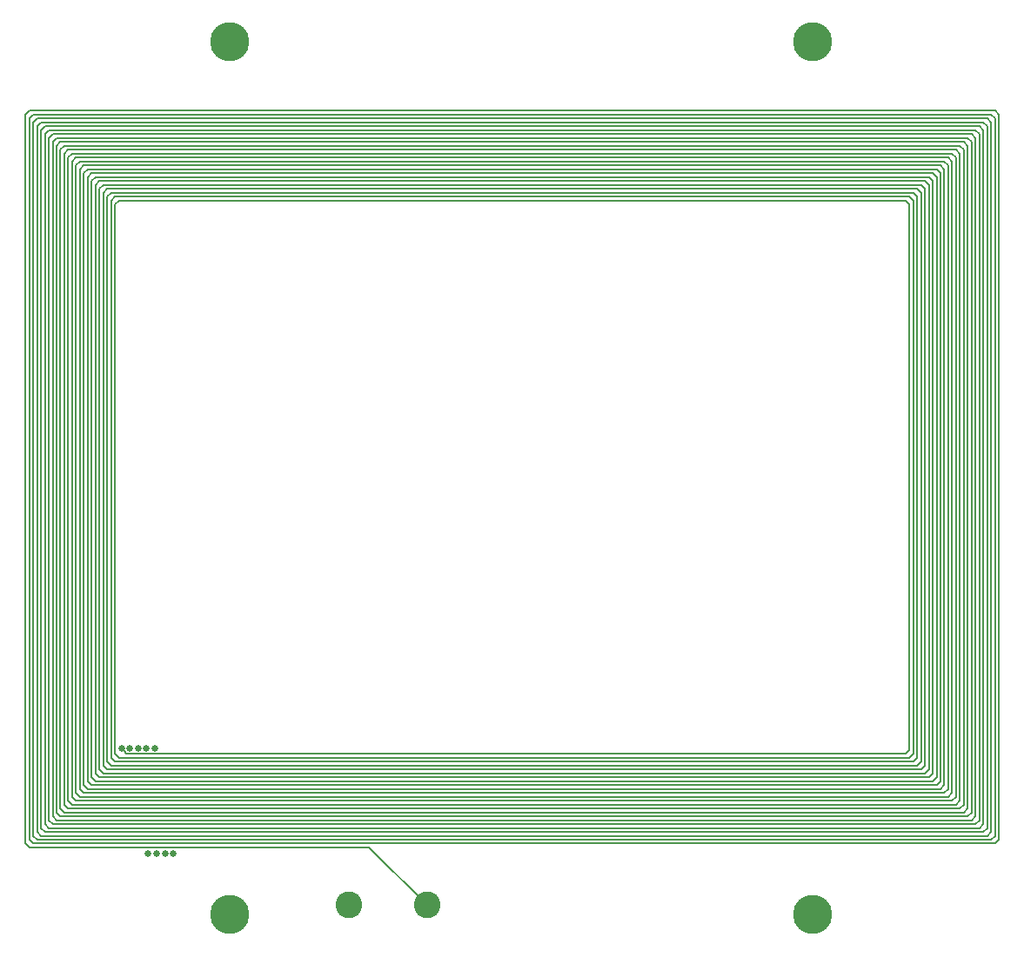
<source format=gtl>
%TF.GenerationSoftware,KiCad,Pcbnew,9.0.0*%
%TF.CreationDate,2025-03-21T19:29:39-07:00*%
%TF.ProjectId,Coil_Panel_Z,436f696c-5f50-4616-9e65-6c5f5a2e6b69,1.1*%
%TF.SameCoordinates,Original*%
%TF.FileFunction,Copper,L1,Top*%
%TF.FilePolarity,Positive*%
%FSLAX46Y46*%
G04 Gerber Fmt 4.6, Leading zero omitted, Abs format (unit mm)*
G04 Created by KiCad (PCBNEW 9.0.0) date 2025-03-21 19:29:39*
%MOMM*%
%LPD*%
G01*
G04 APERTURE LIST*
%TA.AperFunction,ComponentPad*%
%ADD10C,2.600000*%
%TD*%
%TA.AperFunction,ConnectorPad*%
%ADD11C,3.800000*%
%TD*%
%TA.AperFunction,ViaPad*%
%ADD12C,0.650000*%
%TD*%
%TA.AperFunction,Conductor*%
%ADD13C,0.180000*%
%TD*%
G04 APERTURE END LIST*
D10*
X91151143Y-148603288D03*
D11*
X91151143Y-148603288D03*
D10*
X147825143Y-63603288D03*
D11*
X147825143Y-63603288D03*
D10*
X147825143Y-148603288D03*
D11*
X147825143Y-148603288D03*
D10*
X91151143Y-63603288D03*
D11*
X91151143Y-63603288D03*
D10*
X102684000Y-147684000D03*
X110304000Y-147684000D03*
D12*
X81394000Y-132364000D03*
X83014000Y-132364000D03*
X84844000Y-142624000D03*
X82204000Y-132364000D03*
X83824000Y-132364000D03*
X83174000Y-142624000D03*
X80584000Y-132364000D03*
X85654000Y-142624000D03*
X83984000Y-142624000D03*
D13*
X162194000Y-73714000D02*
X162574000Y-74094000D01*
X71234000Y-141674000D02*
X71609000Y-142049000D01*
X72374000Y-71054000D02*
X71994000Y-71434000D01*
X79974000Y-132934000D02*
X79974000Y-79414000D01*
X77694000Y-135974000D02*
X77314000Y-135594000D01*
X160294000Y-135594000D02*
X159914000Y-135974000D01*
X71614000Y-70294000D02*
X71234000Y-70674000D01*
X164854000Y-71054000D02*
X72374000Y-71054000D01*
X165234000Y-141294000D02*
X165614000Y-140914000D01*
X73514000Y-72194000D02*
X73134000Y-72574000D01*
X79594000Y-134074000D02*
X79214000Y-133694000D01*
X161814000Y-137874000D02*
X75794000Y-137874000D01*
X159533999Y-77134000D02*
X159533999Y-134834000D01*
X161054000Y-136354000D02*
X160674000Y-136734000D01*
X162954000Y-73714000D02*
X162954000Y-138254000D01*
X73134000Y-72574000D02*
X73134000Y-139774000D01*
X164474000Y-139774000D02*
X164474000Y-72193999D01*
X158394000Y-133694000D02*
X158014000Y-134074000D01*
X163713999Y-72954000D02*
X163334000Y-72574000D01*
X76174000Y-75614000D02*
X76174000Y-136734000D01*
X73894000Y-72574000D02*
X73514000Y-72954000D01*
X164093999Y-139394000D02*
X164093999Y-72574000D01*
X76554000Y-75234000D02*
X160674000Y-75234000D01*
X156874000Y-79034000D02*
X157254000Y-79414000D01*
X78834000Y-77514000D02*
X158394000Y-77514000D01*
X79974000Y-78654000D02*
X157254000Y-78654000D01*
X164854000Y-140914000D02*
X165234000Y-140534000D01*
X72754000Y-140154000D02*
X73134000Y-140534000D01*
X162574000Y-137874000D02*
X162194000Y-138253999D01*
X157634000Y-79034000D02*
X157634000Y-132934000D01*
X160294000Y-136354000D02*
X77314000Y-136354000D01*
X163334000Y-138634000D02*
X163334000Y-73334000D01*
X73134000Y-71814000D02*
X72754000Y-72193999D01*
X78074000Y-77514000D02*
X78074000Y-134834000D01*
X158014000Y-77894000D02*
X158394000Y-78274000D01*
X159153999Y-77514000D02*
X159153999Y-134454000D01*
X164094000Y-140154000D02*
X164474000Y-139774000D01*
X76174000Y-74854000D02*
X161054000Y-74854000D01*
X71609000Y-142049000D02*
X104669000Y-142049000D01*
X160674000Y-136734000D02*
X76934000Y-136734000D01*
X161814000Y-74094000D02*
X162194000Y-74473999D01*
X162954000Y-139014000D02*
X163334000Y-138634000D01*
X71994000Y-71434000D02*
X71994000Y-140914000D01*
X160294000Y-75614000D02*
X160674000Y-75994000D01*
X76554000Y-75994000D02*
X76934000Y-75614000D01*
X79214000Y-133693999D02*
X79214000Y-78654000D01*
X79594000Y-78274000D02*
X157634000Y-78274000D01*
X162574000Y-73334000D02*
X162954000Y-73714000D01*
X104669000Y-142049000D02*
X110304000Y-147684000D01*
X159153999Y-76754000D02*
X159533999Y-77134000D01*
X79214000Y-78654000D02*
X79594000Y-78274000D01*
X161434000Y-137494000D02*
X76174000Y-137494000D01*
X159913999Y-76753999D02*
X159913999Y-135214000D01*
X165234000Y-71434000D02*
X164854000Y-71054000D01*
X73894000Y-73334000D02*
X73894000Y-139014000D01*
X162574000Y-74094000D02*
X162574000Y-137874000D01*
X163713999Y-139774000D02*
X164093999Y-139394000D01*
X75794000Y-75234000D02*
X75794000Y-137114000D01*
X159533999Y-76374000D02*
X159913999Y-76753999D01*
X74273999Y-72954000D02*
X73894000Y-73334000D01*
X163334000Y-139394000D02*
X163713999Y-139014000D01*
X75034000Y-73714000D02*
X162194000Y-73714000D01*
X75034000Y-74473999D02*
X75034000Y-137874000D01*
X74274000Y-73714000D02*
X74274000Y-138634000D01*
X75794000Y-74474000D02*
X161434000Y-74474000D01*
X160674000Y-135974000D02*
X160294000Y-136354000D01*
X157634000Y-78274000D02*
X158014000Y-78654000D01*
X73514000Y-72954000D02*
X73514000Y-139394000D01*
X163334000Y-73334000D02*
X162954000Y-72954000D01*
X165614000Y-141674000D02*
X165994000Y-141294000D01*
X161434000Y-74474000D02*
X161814000Y-74854000D01*
X163334000Y-72574000D02*
X73894000Y-72574000D01*
X159153999Y-135214000D02*
X78454000Y-135214000D01*
X77314000Y-76753999D02*
X77694000Y-76374000D01*
X161434000Y-136734000D02*
X161054000Y-137114000D01*
X79594000Y-79034000D02*
X79974000Y-78654000D01*
X162954000Y-72954000D02*
X74273999Y-72954000D01*
X74654000Y-74094000D02*
X75034000Y-73714000D01*
X161814000Y-137114000D02*
X161434000Y-137494000D01*
X73894000Y-139774000D02*
X163713999Y-139774000D01*
X74273999Y-139394000D02*
X163334000Y-139394000D01*
X72374000Y-71814000D02*
X72374000Y-140534000D01*
X72754000Y-71434000D02*
X72374000Y-71814000D01*
X164093999Y-72574000D02*
X163713999Y-72194000D01*
X158773999Y-77134000D02*
X159153999Y-77514000D01*
X157254000Y-78654000D02*
X157634000Y-79034000D01*
X163713999Y-72194000D02*
X73514000Y-72194000D01*
X78074000Y-77514000D02*
X78454000Y-77134000D01*
X165234000Y-140534000D02*
X165234000Y-71434000D01*
X71614000Y-141294000D02*
X71994000Y-141674000D01*
X158773999Y-134074000D02*
X158394000Y-134454000D01*
X162574000Y-138634000D02*
X75034000Y-138634000D01*
X161434000Y-75234000D02*
X161434000Y-136734000D01*
X77694000Y-77134000D02*
X77694000Y-135214000D01*
X78454000Y-77134000D02*
X158773999Y-77134000D01*
X157634000Y-133693999D02*
X79974000Y-133693999D01*
X164474000Y-140534000D02*
X164854000Y-140154000D01*
X78834000Y-78274000D02*
X79214000Y-77894000D01*
X75414000Y-74854000D02*
X75414000Y-137494000D01*
X79974000Y-79414000D02*
X80354000Y-79034000D01*
X79594000Y-133314000D02*
X79594000Y-79034000D01*
X165234000Y-70674000D02*
X71994000Y-70674000D01*
X79214000Y-77894000D02*
X158014000Y-77894000D01*
X76174000Y-75614000D02*
X76554000Y-75234000D01*
X157254000Y-79414000D02*
X157254000Y-132554000D01*
X71994000Y-141674000D02*
X165614000Y-141674000D01*
X159914000Y-135974000D02*
X77694000Y-135974000D01*
X78074000Y-76754000D02*
X159153999Y-76754000D01*
X74653999Y-139014000D02*
X162954000Y-139014000D01*
X76934000Y-75614000D02*
X160294000Y-75614000D01*
X73134000Y-139774000D02*
X73514000Y-140154000D01*
X159533999Y-134834000D02*
X159153999Y-135214000D01*
X164854000Y-140154000D02*
X164854000Y-71814000D01*
X161814000Y-74854000D02*
X161814000Y-137114000D01*
X159153999Y-134454000D02*
X158773999Y-134834000D01*
X162194000Y-137494000D02*
X161814000Y-137874000D01*
X76934000Y-76374000D02*
X76934000Y-135974000D01*
X81064000Y-132934000D02*
X80684000Y-132364000D01*
X160294000Y-76374000D02*
X160294000Y-135594000D01*
X157634000Y-132934000D02*
X157254000Y-133314000D01*
X78454000Y-135214000D02*
X78074000Y-134834000D01*
X161054000Y-74854000D02*
X161434000Y-75234000D01*
X72754000Y-140914000D02*
X164854000Y-140914000D01*
X77694000Y-77134000D02*
X78074000Y-76754000D01*
X77314000Y-76753999D02*
X77314000Y-135594000D01*
X158014000Y-134074000D02*
X79594000Y-134074000D01*
X159914000Y-75994000D02*
X160294000Y-76374000D01*
X158014000Y-78654000D02*
X158014000Y-133314000D01*
X77314000Y-136354000D02*
X76934000Y-135974000D01*
X164854000Y-71814000D02*
X164474000Y-71434000D01*
X79213999Y-134454000D02*
X78834000Y-134074000D01*
X160674000Y-75994000D02*
X160674000Y-135974000D01*
X71994000Y-70674000D02*
X71614000Y-71054000D01*
X75034000Y-138634000D02*
X74654000Y-138254000D01*
X74654000Y-73334000D02*
X162574000Y-73334000D01*
X160674000Y-75234000D02*
X161054000Y-75614000D01*
X158014000Y-133314000D02*
X157634000Y-133693999D01*
X76934000Y-76374000D02*
X77314000Y-75994000D01*
X164094000Y-71814000D02*
X73134000Y-71814000D01*
X157254000Y-133314000D02*
X80354000Y-133314000D01*
X73514000Y-139394000D02*
X73894000Y-139774000D01*
X164474000Y-72193999D02*
X164094000Y-71814000D01*
X158773999Y-134834000D02*
X78834000Y-134834000D01*
X71614000Y-71054000D02*
X71614000Y-141294000D01*
X161054000Y-75614000D02*
X161054000Y-136354000D01*
X158394000Y-134454000D02*
X79213999Y-134454000D01*
X163713999Y-139014000D02*
X163713999Y-72954000D01*
X80354000Y-133314000D02*
X79974000Y-132934000D01*
X75794000Y-137874000D02*
X75414000Y-137494000D01*
X157254000Y-132554000D02*
X156874000Y-132934000D01*
X73514000Y-140154000D02*
X164094000Y-140154000D01*
X80354000Y-79034000D02*
X156874000Y-79034000D01*
X158773999Y-77894000D02*
X158773999Y-134074000D01*
X159533999Y-135594000D02*
X78074000Y-135594000D01*
X73894000Y-139014000D02*
X74273999Y-139394000D01*
X165614000Y-71054000D02*
X165234000Y-70674000D01*
X76174000Y-137494000D02*
X75794000Y-137114000D01*
X78074000Y-135594000D02*
X77694000Y-135214000D01*
X77314000Y-75994000D02*
X159914000Y-75994000D01*
X71234000Y-70674000D02*
X71234000Y-141674000D01*
X79974000Y-133693999D02*
X79594000Y-133314000D01*
X74273999Y-138634000D02*
X74653999Y-139014000D01*
X162954000Y-138254000D02*
X162574000Y-138634000D01*
X76554000Y-137114000D02*
X76174000Y-136734000D01*
X74654000Y-74094000D02*
X74654000Y-138253999D01*
X161054000Y-137114000D02*
X76554000Y-137114000D01*
X74274000Y-73714000D02*
X74654000Y-73334000D01*
X75414000Y-138253999D02*
X75034000Y-137874000D01*
X73134000Y-140534000D02*
X164474000Y-140534000D01*
X76934000Y-136734000D02*
X76554000Y-136354000D01*
X158394000Y-78274000D02*
X158394000Y-133694000D01*
X78454000Y-77894000D02*
X78454000Y-134454000D01*
X72754000Y-72193999D02*
X72754000Y-140154000D01*
X164474000Y-71434000D02*
X72754000Y-71434000D01*
X162194000Y-138253999D02*
X75414000Y-138253999D01*
X75414000Y-74854000D02*
X75794000Y-74474000D01*
X165994000Y-70674000D02*
X165614000Y-70294000D01*
X77694000Y-76374000D02*
X159533999Y-76374000D01*
X76554000Y-75994000D02*
X76554000Y-136354000D01*
X159913999Y-135214000D02*
X159533999Y-135594000D01*
X165614000Y-140914000D02*
X165614000Y-71054000D01*
X158394000Y-77514000D02*
X158773999Y-77894000D01*
X78454000Y-77894000D02*
X78834000Y-77514000D01*
X75794000Y-75234000D02*
X76174000Y-74854000D01*
X165994000Y-141294000D02*
X165994000Y-70674000D01*
X165614000Y-70294000D02*
X71614000Y-70294000D01*
X71994000Y-140914000D02*
X72374000Y-141294000D01*
X75034000Y-74473999D02*
X75414000Y-74094000D01*
X72374000Y-140534000D02*
X72754000Y-140914000D01*
X78834000Y-78274000D02*
X78834000Y-134074000D01*
X156874000Y-132934000D02*
X81064000Y-132934000D01*
X75414000Y-74094000D02*
X161814000Y-74094000D01*
X162194000Y-74473999D02*
X162194000Y-137494000D01*
X78834000Y-134834000D02*
X78454000Y-134454000D01*
X72374000Y-141294000D02*
X165234000Y-141294000D01*
M02*

</source>
